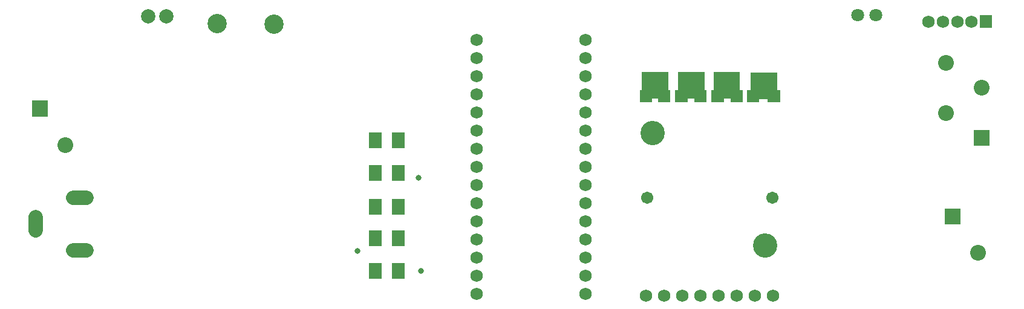
<source format=gts>
G04 Layer: TopSolderMaskLayer*
G04 EasyEDA v6.3.39, 2020-04-27T13:29:51-10:00*
G04 0e468c40523046efa6fe7ed36a0295c7,a4d28be01f944deba2cf7c63a1f3ff09,10*
G04 Gerber Generator version 0.2*
G04 Scale: 100 percent, Rotated: No, Reflected: No *
G04 Dimensions in millimeters *
G04 leading zeros omitted , absolute positions ,3 integer and 3 decimal *
%FSLAX33Y33*%
%MOMM*%
G90*
G71D02*

%ADD29C,2.003196*%
%ADD30C,0.813206*%
%ADD32C,2.203196*%
%ADD35C,1.727200*%
%ADD36C,2.703195*%
%ADD39C,3.403194*%
%ADD40C,1.703197*%
%ADD41C,1.803197*%

%LPD*%
G54D29*
G01X8194Y11938D02*
G01X10094Y11938D01*
G01X2921Y16570D02*
G01X2921Y14670D01*
G01X8194Y19304D02*
G01X10094Y19304D01*
G54D30*
G01X56515Y22098D03*
G01X48006Y11811D03*
G01X56896Y9017D03*
G36*
G01X130243Y15544D02*
G01X130243Y17749D01*
G01X132448Y17749D01*
G01X132448Y15544D01*
G01X130243Y15544D01*
G37*
G54D32*
G01X134846Y11547D03*
G36*
G01X2481Y30657D02*
G01X2481Y32862D01*
G01X4686Y32862D01*
G01X4686Y30657D01*
G01X2481Y30657D01*
G37*
G01X7084Y26660D03*
G36*
G01X49601Y12486D02*
G01X49601Y14691D01*
G01X51404Y14691D01*
G01X51404Y12486D01*
G01X49601Y12486D01*
G37*
G36*
G01X52798Y12486D02*
G01X52798Y14691D01*
G01X54602Y14691D01*
G01X54602Y12486D01*
G01X52798Y12486D01*
G37*
G36*
G01X49601Y26202D02*
G01X49601Y28407D01*
G01X51404Y28407D01*
G01X51404Y26202D01*
G01X49601Y26202D01*
G37*
G36*
G01X52798Y26202D02*
G01X52798Y28407D01*
G01X54602Y28407D01*
G01X54602Y26202D01*
G01X52798Y26202D01*
G37*
G36*
G01X49601Y21630D02*
G01X49601Y23835D01*
G01X51404Y23835D01*
G01X51404Y21630D01*
G01X49601Y21630D01*
G37*
G36*
G01X52798Y21630D02*
G01X52798Y23835D01*
G01X54602Y23835D01*
G01X54602Y21630D01*
G01X52798Y21630D01*
G37*
G36*
G01X49601Y7914D02*
G01X49601Y10119D01*
G01X51404Y10119D01*
G01X51404Y7914D01*
G01X49601Y7914D01*
G37*
G36*
G01X52798Y7914D02*
G01X52798Y10119D01*
G01X54602Y10119D01*
G01X54602Y7914D01*
G01X52798Y7914D01*
G37*
G36*
G01X49601Y16931D02*
G01X49601Y19136D01*
G01X51404Y19136D01*
G01X51404Y16931D01*
G01X49601Y16931D01*
G37*
G36*
G01X52798Y16931D02*
G01X52798Y19136D01*
G01X54602Y19136D01*
G01X54602Y16931D01*
G01X52798Y16931D01*
G37*
G36*
G01X135089Y43078D02*
G01X135089Y44805D01*
G01X136817Y44805D01*
G01X136817Y43078D01*
G01X135089Y43078D01*
G37*
G54D35*
G01X133952Y43942D03*
G01X131953Y43942D03*
G01X129953Y43942D03*
G01X127953Y43942D03*
G54D36*
G01X36322Y43561D03*
G01X28322Y43688D03*
G54D35*
G01X88392Y5588D03*
G01X90932Y5588D03*
G01X93472Y5588D03*
G01X96012Y5588D03*
G01X98552Y5588D03*
G01X101092Y5588D03*
G01X103632Y5588D03*
G01X106172Y5588D03*
G36*
G01X87810Y33200D02*
G01X87810Y36903D01*
G01X91513Y36903D01*
G01X91513Y33200D01*
G01X87810Y33200D01*
G37*
G36*
G01X87541Y32677D02*
G01X87541Y34378D01*
G01X89242Y34378D01*
G01X89242Y32677D01*
G01X87541Y32677D01*
G37*
G36*
G01X90081Y32677D02*
G01X90081Y34378D01*
G01X91782Y34378D01*
G01X91782Y32677D01*
G01X90081Y32677D01*
G37*
G36*
G01X92890Y33200D02*
G01X92890Y36903D01*
G01X96593Y36903D01*
G01X96593Y33200D01*
G01X92890Y33200D01*
G37*
G36*
G01X92494Y32677D02*
G01X92494Y34378D01*
G01X94195Y34378D01*
G01X94195Y32677D01*
G01X92494Y32677D01*
G37*
G36*
G01X95161Y32677D02*
G01X95161Y34378D01*
G01X96862Y34378D01*
G01X96862Y32677D01*
G01X95161Y32677D01*
G37*
G54D39*
G01X89281Y28321D03*
G01X105029Y12573D03*
G54D40*
G01X106045Y19304D03*
G01X88519Y19304D03*
G36*
G01X97843Y33200D02*
G01X97843Y36903D01*
G01X101546Y36903D01*
G01X101546Y33200D01*
G01X97843Y33200D01*
G37*
G36*
G01X103050Y33073D02*
G01X103050Y36776D01*
G01X106753Y36776D01*
G01X106753Y33073D01*
G01X103050Y33073D01*
G37*
G36*
G01X97574Y32677D02*
G01X97574Y34378D01*
G01X99275Y34378D01*
G01X99275Y32677D01*
G01X97574Y32677D01*
G37*
G36*
G01X100241Y32677D02*
G01X100241Y34378D01*
G01X101942Y34378D01*
G01X101942Y32677D01*
G01X100241Y32677D01*
G37*
G36*
G01X102527Y32677D02*
G01X102527Y34378D01*
G01X104228Y34378D01*
G01X104228Y32677D01*
G01X102527Y32677D01*
G37*
G36*
G01X105448Y32677D02*
G01X105448Y34378D01*
G01X107149Y34378D01*
G01X107149Y32677D01*
G01X105448Y32677D01*
G37*
G54D29*
G01X18669Y44704D03*
G01X21209Y44704D03*
G36*
G01X134241Y26540D02*
G01X134241Y28745D01*
G01X136443Y28745D01*
G01X136443Y26540D01*
G01X134241Y26540D01*
G37*
G54D32*
G01X130342Y31142D03*
G01X135342Y34643D03*
G01X130342Y38142D03*
G54D35*
G01X64643Y41402D03*
G01X64643Y38862D03*
G01X64643Y36322D03*
G01X64643Y33782D03*
G01X64643Y31242D03*
G01X64643Y28702D03*
G01X64643Y26162D03*
G01X64643Y23622D03*
G01X64643Y21082D03*
G01X64643Y18542D03*
G01X64643Y16002D03*
G01X64643Y13462D03*
G01X64643Y10922D03*
G01X64643Y8382D03*
G01X64643Y5842D03*
G01X79883Y5842D03*
G01X79883Y8382D03*
G01X79883Y10922D03*
G01X79883Y13462D03*
G01X79883Y16002D03*
G01X79883Y18542D03*
G01X79883Y21082D03*
G01X79883Y23622D03*
G01X79883Y26162D03*
G01X79883Y28702D03*
G01X79883Y31242D03*
G01X79883Y33782D03*
G01X79883Y36322D03*
G01X79883Y38862D03*
G01X79883Y41402D03*
G54D41*
G01X117983Y44831D03*
G01X120523Y44831D03*
M00*
M02*

</source>
